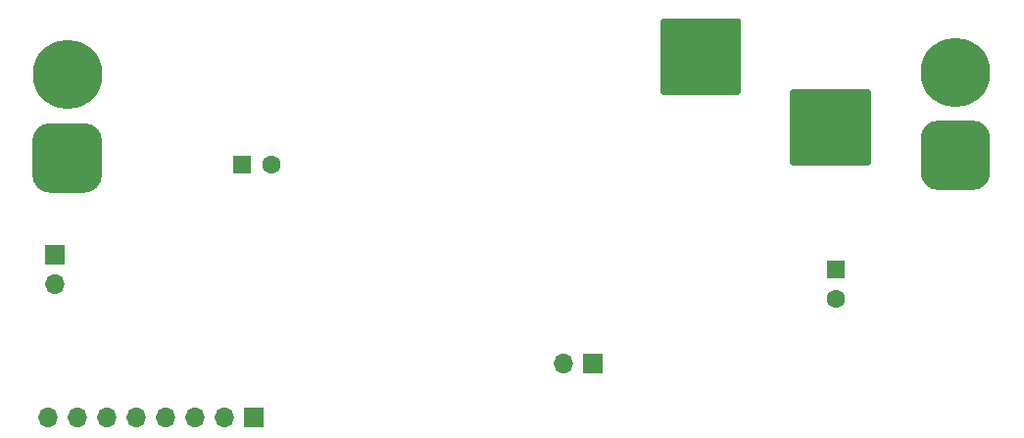
<source format=gbr>
%TF.GenerationSoftware,KiCad,Pcbnew,5.1.10*%
%TF.CreationDate,2021-11-10T11:07:09+01:00*%
%TF.ProjectId,Charging_Module,43686172-6769-46e6-975f-4d6f64756c65,rev?*%
%TF.SameCoordinates,Original*%
%TF.FileFunction,Soldermask,Bot*%
%TF.FilePolarity,Negative*%
%FSLAX46Y46*%
G04 Gerber Fmt 4.6, Leading zero omitted, Abs format (unit mm)*
G04 Created by KiCad (PCBNEW 5.1.10) date 2021-11-10 11:07:09*
%MOMM*%
%LPD*%
G01*
G04 APERTURE LIST*
%ADD10C,1.391160*%
%ADD11C,6.000000*%
%ADD12O,1.700000X1.700000*%
%ADD13R,1.700000X1.700000*%
%ADD14C,1.600000*%
%ADD15R,1.600000X1.600000*%
G04 APERTURE END LIST*
D10*
%TO.C,Q3*%
X136940000Y-33660000D03*
X136940000Y-34930000D03*
X136940000Y-36200000D03*
X136940000Y-37470000D03*
X136940000Y-38740000D03*
X135670000Y-38740000D03*
X135670000Y-37470000D03*
X135670000Y-36200000D03*
X135670000Y-34930000D03*
X135670000Y-33660000D03*
X134400000Y-33660000D03*
X134400000Y-34930000D03*
X134400000Y-36200000D03*
X134400000Y-37470000D03*
X134400000Y-38740000D03*
X133130000Y-38740000D03*
X133130000Y-37470000D03*
X133130000Y-36200000D03*
X133130000Y-34930000D03*
X133130000Y-33660000D03*
X131860000Y-33660000D03*
X131860000Y-34930000D03*
X131860000Y-36200000D03*
X131860000Y-37470000D03*
X131860000Y-38740000D03*
G36*
G01*
X130904960Y-39298800D02*
X130904960Y-33101200D01*
G75*
G02*
X131100540Y-32905620I195580J0D01*
G01*
X137699460Y-32905620D01*
G75*
G02*
X137895040Y-33101200I0J-195580D01*
G01*
X137895040Y-39298800D01*
G75*
G02*
X137699460Y-39494380I-195580J0D01*
G01*
X131100540Y-39494380D01*
G75*
G02*
X130904960Y-39298800I0J195580D01*
G01*
G37*
%TD*%
%TO.C,Q2*%
X143060000Y-44840000D03*
X143060000Y-43570000D03*
X143060000Y-42300000D03*
X143060000Y-41030000D03*
X143060000Y-39760000D03*
X144330000Y-39760000D03*
X144330000Y-41030000D03*
X144330000Y-42300000D03*
X144330000Y-43570000D03*
X144330000Y-44840000D03*
X145600000Y-44840000D03*
X145600000Y-43570000D03*
X145600000Y-42300000D03*
X145600000Y-41030000D03*
X145600000Y-39760000D03*
X146870000Y-39760000D03*
X146870000Y-41030000D03*
X146870000Y-42300000D03*
X146870000Y-43570000D03*
X146870000Y-44840000D03*
X148140000Y-44840000D03*
X148140000Y-43570000D03*
X148140000Y-42300000D03*
X148140000Y-41030000D03*
X148140000Y-39760000D03*
G36*
G01*
X149095040Y-39201200D02*
X149095040Y-45398800D01*
G75*
G02*
X148899460Y-45594380I-195580J0D01*
G01*
X142300540Y-45594380D01*
G75*
G02*
X142104960Y-45398800I0J195580D01*
G01*
X142104960Y-39201200D01*
G75*
G02*
X142300540Y-39005620I195580J0D01*
G01*
X148899460Y-39005620D01*
G75*
G02*
X149095040Y-39201200I0J-195580D01*
G01*
G37*
%TD*%
%TO.C,J5*%
G36*
G01*
X81150000Y-47950000D02*
X78150000Y-47950000D01*
G75*
G02*
X76650000Y-46450000I0J1500000D01*
G01*
X76650000Y-43450000D01*
G75*
G02*
X78150000Y-41950000I1500000J0D01*
G01*
X81150000Y-41950000D01*
G75*
G02*
X82650000Y-43450000I0J-1500000D01*
G01*
X82650000Y-46450000D01*
G75*
G02*
X81150000Y-47950000I-1500000J0D01*
G01*
G37*
D11*
X79650000Y-37750000D03*
%TD*%
D12*
%TO.C,J4*%
X78613000Y-55880000D03*
D13*
X78613000Y-53340000D03*
%TD*%
%TO.C,J3*%
G36*
G01*
X157900000Y-47730000D02*
X154900000Y-47730000D01*
G75*
G02*
X153400000Y-46230000I0J1500000D01*
G01*
X153400000Y-43230000D01*
G75*
G02*
X154900000Y-41730000I1500000J0D01*
G01*
X157900000Y-41730000D01*
G75*
G02*
X159400000Y-43230000I0J-1500000D01*
G01*
X159400000Y-46230000D01*
G75*
G02*
X157900000Y-47730000I-1500000J0D01*
G01*
G37*
D11*
X156400000Y-37530000D03*
%TD*%
D12*
%TO.C,J2*%
X122555000Y-62738000D03*
D13*
X125095000Y-62738000D03*
%TD*%
D12*
%TO.C,J1*%
X78020000Y-67400000D03*
X80560000Y-67400000D03*
X83100000Y-67400000D03*
X85640000Y-67400000D03*
X88180000Y-67400000D03*
X90720000Y-67400000D03*
X93260000Y-67400000D03*
D13*
X95800000Y-67400000D03*
%TD*%
D14*
%TO.C,C10*%
X97300000Y-45500000D03*
D15*
X94800000Y-45500000D03*
%TD*%
D14*
%TO.C,C4*%
X146050000Y-57110000D03*
D15*
X146050000Y-54610000D03*
%TD*%
M02*

</source>
